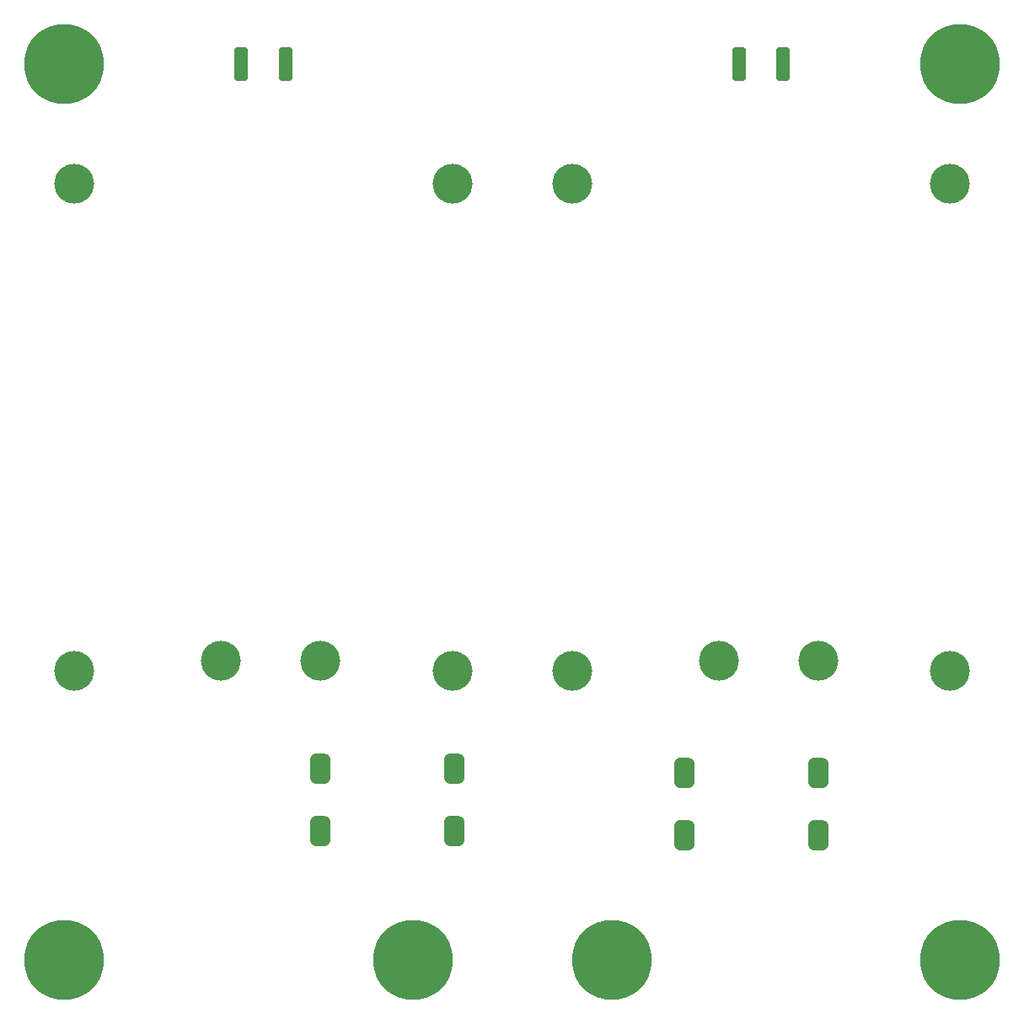
<source format=gbr>
%TF.GenerationSoftware,KiCad,Pcbnew,(6.0.7)*%
%TF.CreationDate,2022-10-27T22:38:12-07:00*%
%TF.ProjectId,3s25ABMS,33733235-4142-44d5-932e-6b696361645f,1.0*%
%TF.SameCoordinates,Original*%
%TF.FileFunction,Soldermask,Top*%
%TF.FilePolarity,Negative*%
%FSLAX46Y46*%
G04 Gerber Fmt 4.6, Leading zero omitted, Abs format (unit mm)*
G04 Created by KiCad (PCBNEW (6.0.7)) date 2022-10-27 22:38:12*
%MOMM*%
%LPD*%
G01*
G04 APERTURE LIST*
G04 Aperture macros list*
%AMRoundRect*
0 Rectangle with rounded corners*
0 $1 Rounding radius*
0 $2 $3 $4 $5 $6 $7 $8 $9 X,Y pos of 4 corners*
0 Add a 4 corners polygon primitive as box body*
4,1,4,$2,$3,$4,$5,$6,$7,$8,$9,$2,$3,0*
0 Add four circle primitives for the rounded corners*
1,1,$1+$1,$2,$3*
1,1,$1+$1,$4,$5*
1,1,$1+$1,$6,$7*
1,1,$1+$1,$8,$9*
0 Add four rect primitives between the rounded corners*
20,1,$1+$1,$2,$3,$4,$5,0*
20,1,$1+$1,$4,$5,$6,$7,0*
20,1,$1+$1,$6,$7,$8,$9,0*
20,1,$1+$1,$8,$9,$2,$3,0*%
G04 Aperture macros list end*
%ADD10RoundRect,0.250000X0.400000X1.450000X-0.400000X1.450000X-0.400000X-1.450000X0.400000X-1.450000X0*%
%ADD11C,4.000000*%
%ADD12C,0.900000*%
%ADD13C,8.000000*%
%ADD14RoundRect,0.250000X-0.400000X-1.450000X0.400000X-1.450000X0.400000X1.450000X-0.400000X1.450000X0*%
%ADD15RoundRect,0.500000X0.500000X1.000000X-0.500000X1.000000X-0.500000X-1.000000X0.500000X-1.000000X0*%
%ADD16RoundRect,0.500000X-0.500000X-1.000000X0.500000X-1.000000X0.500000X1.000000X-0.500000X1.000000X0*%
G04 APERTURE END LIST*
D10*
%TO.C,F2*%
X77225000Y-55000000D03*
X72775000Y-55000000D03*
%TD*%
D11*
%TO.C,U2*%
X120750000Y-115000000D03*
X130750000Y-115000000D03*
X144000000Y-67000000D03*
X106000000Y-67000000D03*
X106000000Y-116000000D03*
X144000000Y-116000000D03*
%TD*%
D12*
%TO.C,H1*%
X58000000Y-145000000D03*
X52000000Y-145000000D03*
X57121320Y-142878680D03*
D13*
X55000000Y-145000000D03*
D12*
X55000000Y-142000000D03*
X52878680Y-142878680D03*
X55000000Y-148000000D03*
X57121320Y-147121320D03*
X52878680Y-147121320D03*
%TD*%
%TO.C,H2*%
X57121320Y-52878680D03*
X55000000Y-52000000D03*
X52878680Y-57121320D03*
X58000000Y-55000000D03*
X52000000Y-55000000D03*
X57121320Y-57121320D03*
X55000000Y-58000000D03*
D13*
X55000000Y-55000000D03*
D12*
X52878680Y-52878680D03*
%TD*%
D14*
%TO.C,F1*%
X122775000Y-55000000D03*
X127225000Y-55000000D03*
%TD*%
D13*
%TO.C,H5*%
X110000000Y-145000000D03*
D12*
X107878680Y-142878680D03*
X107000000Y-145000000D03*
X113000000Y-145000000D03*
X110000000Y-148000000D03*
X107878680Y-147121320D03*
X112121320Y-142878680D03*
X110000000Y-142000000D03*
X112121320Y-147121320D03*
%TD*%
D15*
%TO.C,F4*%
X130750000Y-132500000D03*
X130750000Y-126180000D03*
X117290000Y-126180000D03*
X117290000Y-132500000D03*
%TD*%
D12*
%TO.C,H6*%
X87878680Y-142878680D03*
D13*
X90000000Y-145000000D03*
D12*
X90000000Y-148000000D03*
X92121320Y-142878680D03*
X90000000Y-142000000D03*
X87878680Y-147121320D03*
X93000000Y-145000000D03*
X87000000Y-145000000D03*
X92121320Y-147121320D03*
%TD*%
%TO.C,H4*%
X142878680Y-142878680D03*
D13*
X145000000Y-145000000D03*
D12*
X145000000Y-142000000D03*
X147121320Y-147121320D03*
X147121320Y-142878680D03*
X145000000Y-148000000D03*
X142000000Y-145000000D03*
X148000000Y-145000000D03*
X142878680Y-147121320D03*
%TD*%
%TO.C,H3*%
X145000000Y-58000000D03*
X147121320Y-52878680D03*
X142878680Y-57121320D03*
X142000000Y-55000000D03*
D13*
X145000000Y-55000000D03*
D12*
X147121320Y-57121320D03*
X145000000Y-52000000D03*
X142878680Y-52878680D03*
X148000000Y-55000000D03*
%TD*%
D11*
%TO.C,U1*%
X94000000Y-116000000D03*
X56000000Y-116000000D03*
X56000000Y-67000000D03*
X94000000Y-67000000D03*
X80750000Y-115000000D03*
X70750000Y-115000000D03*
%TD*%
D16*
%TO.C,F3*%
X80750000Y-125770000D03*
X80750000Y-132090000D03*
X94210000Y-125770000D03*
X94210000Y-132090000D03*
%TD*%
M02*

</source>
